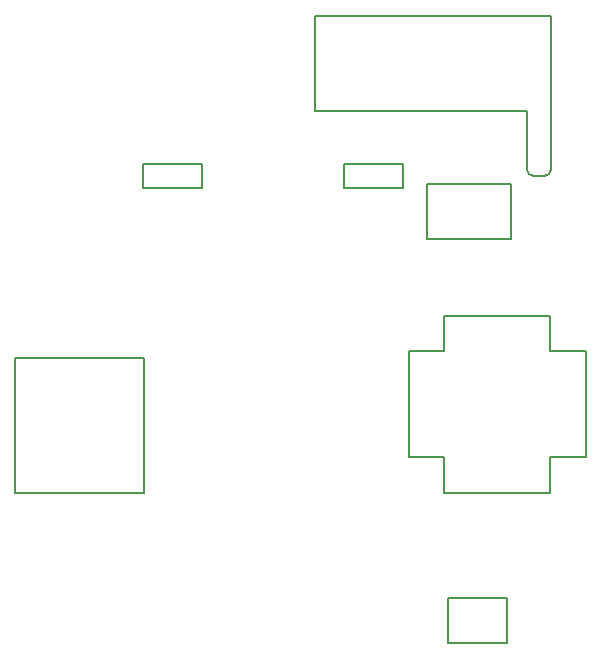
<source format=gbr>
G04*
G04 #@! TF.GenerationSoftware,Altium Limited,Altium Designer,25.8.1 (18)*
G04*
G04 Layer_Color=65535*
%FSLAX25Y25*%
%MOIN*%
G70*
G04*
G04 #@! TF.SameCoordinates,A86E57CF-C6E6-4710-AEDF-4A901DF70E31*
G04*
G04*
G04 #@! TF.FilePolarity,Positive*
G04*
G01*
G75*
%ADD12C,0.00787*%
%ADD14C,0.00600*%
D12*
X6620Y122432D02*
X49534D01*
X6620Y77156D02*
Y122432D01*
Y77156D02*
X49534D01*
Y122432D01*
D14*
X177165Y185039D02*
G03*
X179134Y183071I1969J0D01*
G01*
X183071D02*
G03*
X185039Y185039I0J1969D01*
G01*
X150842Y42147D02*
X170527D01*
Y27186D02*
Y42147D01*
X150842Y27186D02*
X170527D01*
X150842D02*
Y42147D01*
X171653Y162106D02*
Y180217D01*
X168110Y162106D02*
X171653D01*
X166142D02*
X168110D01*
X143701Y180217D02*
X171653D01*
X143701Y162106D02*
Y180217D01*
Y162106D02*
X166142D01*
X179134Y183071D02*
X183071D01*
X106299Y204724D02*
Y236221D01*
X185039D01*
X106299Y204724D02*
X177165D01*
Y185039D02*
Y204724D01*
X185039Y185039D02*
Y236221D01*
X116142Y179134D02*
Y187008D01*
X135827D01*
Y179134D02*
Y187008D01*
X116142Y179134D02*
X135827D01*
X49213D02*
Y187008D01*
X68898D01*
Y179134D02*
Y187008D01*
X49213Y179134D02*
X68898D01*
X186909Y89173D02*
X196752D01*
X137697D02*
X149508D01*
X137697Y124606D02*
X149508D01*
X196752Y89173D02*
Y124606D01*
X137697Y89173D02*
Y124606D01*
X149508Y77362D02*
Y89173D01*
X184941Y124606D02*
X196752D01*
X149508Y77362D02*
X184941D01*
Y124606D02*
Y136417D01*
Y77362D02*
Y89173D01*
X149508Y136417D02*
X184941D01*
Y89173D02*
X186909D01*
X149508Y124606D02*
Y136417D01*
M02*

</source>
